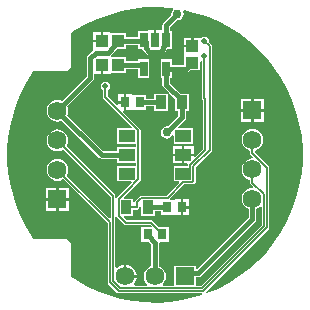
<source format=gtl>
G04*
G04 #@! TF.GenerationSoftware,Altium Limited,Altium Designer,22.7.1 (60)*
G04*
G04 Layer_Physical_Order=1*
G04 Layer_Color=255*
%FSLAX24Y24*%
%MOIN*%
G70*
G04*
G04 #@! TF.SameCoordinates,277468EA-A594-40E7-B2BE-35E06897B6AD*
G04*
G04*
G04 #@! TF.FilePolarity,Positive*
G04*
G01*
G75*
%ADD12C,0.0050*%
%ADD17R,0.0315X0.0374*%
%ADD18R,0.0360X0.0490*%
%ADD19R,0.0413X0.0433*%
%ADD20R,0.0276X0.0512*%
%ADD21R,0.0433X0.0413*%
%ADD22R,0.0530X0.0410*%
%ADD32C,0.0150*%
%ADD33C,0.0626*%
%ADD34R,0.0626X0.0626*%
%ADD35R,0.0626X0.0626*%
%ADD36C,0.0200*%
%ADD37C,0.0300*%
G36*
X11314Y14745D02*
X11707Y14619D01*
X12088Y14459D01*
X12455Y14268D01*
X12804Y14048D01*
X13133Y13798D01*
X13441Y13522D01*
X13724Y13222D01*
X13981Y12898D01*
X14210Y12554D01*
X14409Y12193D01*
X14577Y11815D01*
X14713Y11425D01*
X14816Y11025D01*
X14885Y10618D01*
X14920Y10207D01*
Y9793D01*
X14885Y9382D01*
X14816Y8975D01*
X14713Y8575D01*
X14577Y8185D01*
X14409Y7807D01*
X14210Y7446D01*
X13981Y7102D01*
X13724Y6778D01*
X13441Y6478D01*
X13133Y6202D01*
X12804Y5952D01*
X12455Y5732D01*
X12088Y5541D01*
X11707Y5381D01*
X11685Y5427D01*
X13792Y7534D01*
X13792Y7534D01*
X13809Y7559D01*
X13814Y7588D01*
Y9576D01*
X13809Y9606D01*
X13792Y9631D01*
X13326Y10096D01*
X13330Y10144D01*
X13345Y10146D01*
X13433Y10183D01*
X13509Y10241D01*
X13567Y10317D01*
X13604Y10405D01*
X13616Y10500D01*
X13604Y10595D01*
X13567Y10683D01*
X13509Y10759D01*
X13433Y10817D01*
X13345Y10854D01*
X13250Y10866D01*
X13155Y10854D01*
X13067Y10817D01*
X12991Y10759D01*
X12933Y10683D01*
X12896Y10595D01*
X12884Y10500D01*
X12896Y10405D01*
X12933Y10317D01*
X12991Y10241D01*
X13067Y10183D01*
X13155Y10146D01*
X13174Y10144D01*
Y10064D01*
X13179Y10035D01*
X13196Y10010D01*
X13281Y9926D01*
X13259Y9881D01*
X13250Y9882D01*
X13155Y9869D01*
X13067Y9833D01*
X12991Y9775D01*
X12933Y9699D01*
X12896Y9611D01*
X12884Y9516D01*
X12896Y9421D01*
X12933Y9333D01*
X12991Y9257D01*
X13067Y9199D01*
X13155Y9162D01*
X13174Y9160D01*
Y9080D01*
X13179Y9051D01*
X13196Y9026D01*
X13281Y8941D01*
X13259Y8896D01*
X13250Y8898D01*
X13155Y8885D01*
X13067Y8849D01*
X12991Y8790D01*
X12933Y8715D01*
X12896Y8626D01*
X12884Y8532D01*
X12896Y8437D01*
X12933Y8348D01*
X12991Y8273D01*
X13067Y8214D01*
X13123Y8191D01*
Y7903D01*
X11413Y6193D01*
X11363Y6214D01*
Y6313D01*
X10637D01*
Y5638D01*
X10268D01*
X10252Y5686D01*
X10259Y5691D01*
X10317Y5767D01*
X10354Y5855D01*
X10366Y5950D01*
X10354Y6045D01*
X10317Y6133D01*
X10259Y6209D01*
X10183Y6267D01*
X10127Y6290D01*
Y7074D01*
X10159Y7113D01*
X10454D01*
Y7587D01*
X10147D01*
X9937Y7797D01*
X9912Y7814D01*
X9883Y7819D01*
X9053D01*
X8963Y7909D01*
X8982Y7955D01*
X9275D01*
Y8174D01*
X9371D01*
X9400Y8179D01*
X9425Y8196D01*
X9454Y8225D01*
X9471Y8250D01*
X9475Y8272D01*
X9525Y8267D01*
Y7955D01*
X9985D01*
Y8123D01*
X10196D01*
Y8013D01*
X10609D01*
X10611Y8013D01*
X10659Y8006D01*
Y7983D01*
X10856D01*
Y8250D01*
Y8517D01*
X10659D01*
Y8494D01*
X10611Y8487D01*
X10609Y8487D01*
X10516D01*
X10495Y8537D01*
X10972Y9014D01*
X11236D01*
X11265Y9019D01*
X11290Y9036D01*
X11334Y9080D01*
X11351Y9105D01*
X11356Y9134D01*
Y9591D01*
X11879Y10113D01*
X11879Y10113D01*
X11896Y10138D01*
X11901Y10168D01*
Y13625D01*
X11896Y13654D01*
X11879Y13679D01*
X11879Y13679D01*
X11796Y13763D01*
X11803Y13800D01*
X11791Y13859D01*
X11758Y13908D01*
X11709Y13941D01*
X11650Y13953D01*
X11591Y13941D01*
X11585Y13937D01*
X11547Y13912D01*
Y13912D01*
X11547Y13912D01*
X11290D01*
Y13626D01*
X11250D01*
Y13586D01*
X10953D01*
Y13339D01*
X10983Y13331D01*
Y13005D01*
X10562D01*
Y13183D01*
X10186D01*
Y12572D01*
X10247D01*
Y12346D01*
X10256Y12297D01*
X10284Y12256D01*
X10459Y12081D01*
X10424Y12045D01*
X9965D01*
Y11877D01*
X9704D01*
Y11987D01*
X9291D01*
X9289Y11987D01*
X9241Y11994D01*
Y12017D01*
X9044D01*
Y11750D01*
Y11483D01*
X9241D01*
Y11506D01*
X9289Y11513D01*
X9291Y11513D01*
X9704D01*
Y11623D01*
X9965D01*
Y11455D01*
X10425D01*
Y12044D01*
X10461Y12079D01*
X10675Y11865D01*
Y11455D01*
X10778D01*
Y11308D01*
X10420Y10950D01*
X10400Y10954D01*
X10322Y10938D01*
X10256Y10894D01*
X10212Y10828D01*
X10196Y10750D01*
X10212Y10672D01*
X10256Y10606D01*
X10322Y10562D01*
X10400Y10546D01*
X10478Y10562D01*
X10544Y10606D01*
X10575Y10652D01*
X10625Y10637D01*
Y10375D01*
X11255D01*
Y10885D01*
X10781D01*
X10761Y10931D01*
X10995Y11165D01*
X11023Y11206D01*
X11032Y11255D01*
Y11455D01*
X11135D01*
Y12045D01*
X10855D01*
X10501Y12399D01*
Y12572D01*
X10562D01*
Y12750D01*
X11043D01*
X11092Y12760D01*
X11133Y12787D01*
X11164Y12818D01*
X11517D01*
Y13098D01*
X11567Y13127D01*
X11574Y13122D01*
Y11881D01*
X11579Y11852D01*
X11596Y11827D01*
X11599Y11825D01*
Y10191D01*
X11331Y9923D01*
X11285Y9942D01*
Y9960D01*
X10980D01*
Y9715D01*
X11068D01*
X11097Y9675D01*
X11081Y9625D01*
X10625D01*
Y9115D01*
X10792D01*
X10811Y9069D01*
X10388Y8646D01*
X9544D01*
X9515Y8641D01*
X9490Y8624D01*
X9490Y8624D01*
X9346Y8480D01*
X9329Y8455D01*
X9325Y8433D01*
X9275Y8438D01*
Y8545D01*
X8982D01*
X8963Y8591D01*
X9144Y8772D01*
X9150Y8776D01*
X9504Y9130D01*
X9521Y9155D01*
X9526Y9184D01*
Y10816D01*
X9521Y10845D01*
X9504Y10870D01*
X8937Y11437D01*
X8957Y11483D01*
X8964D01*
Y11710D01*
X8766D01*
Y11673D01*
X8720Y11654D01*
X8426Y11948D01*
Y12171D01*
X8458Y12192D01*
X8491Y12241D01*
X8503Y12300D01*
X8491Y12359D01*
X8458Y12408D01*
X8409Y12441D01*
X8350Y12453D01*
X8291Y12441D01*
X8242Y12408D01*
X8209Y12359D01*
X8197Y12300D01*
X8209Y12241D01*
X8242Y12192D01*
X8274Y12171D01*
Y11916D01*
X8279Y11887D01*
X8296Y11862D01*
X9227Y10931D01*
X9208Y10885D01*
X8745D01*
Y10375D01*
X9374D01*
Y10255D01*
X8745D01*
Y10127D01*
X8271D01*
X7081Y11318D01*
X7104Y11374D01*
X7116Y11468D01*
X7104Y11563D01*
X7081Y11619D01*
X7940Y12478D01*
X7968Y12520D01*
X7977Y12569D01*
Y12703D01*
X8184D01*
Y13000D01*
X8264D01*
Y12703D01*
X8481D01*
X8511Y12703D01*
X8549Y12733D01*
X8561D01*
X9032D01*
Y12873D01*
X9438D01*
Y12572D01*
X9814D01*
Y13183D01*
X9438D01*
Y13127D01*
X9032D01*
Y13267D01*
X8549D01*
X8532Y13280D01*
X8526Y13290D01*
X8522Y13311D01*
X8539Y13335D01*
X8734Y13529D01*
X8737Y13533D01*
X9032D01*
Y13673D01*
X9438D01*
Y13517D01*
X9571D01*
X9571Y13514D01*
X9599Y13473D01*
X9720Y13351D01*
X9762Y13324D01*
X9810Y13314D01*
X10190D01*
X10238Y13324D01*
X10280Y13351D01*
X10353Y13425D01*
X10381Y13466D01*
X10390Y13515D01*
Y13517D01*
X10562D01*
Y14128D01*
X10501D01*
Y14271D01*
X10730Y14500D01*
X10750Y14496D01*
X10828Y14512D01*
X10894Y14556D01*
X10938Y14622D01*
X10954Y14700D01*
X10938Y14778D01*
X10936Y14782D01*
X10966Y14826D01*
X11314Y14745D01*
D02*
G37*
G36*
X10503Y14898D02*
X10586Y14886D01*
X10599Y14834D01*
X10562Y14778D01*
X10546Y14700D01*
X10550Y14680D01*
X10284Y14414D01*
X10256Y14373D01*
X10247Y14324D01*
Y14196D01*
X10218Y14158D01*
X10040D01*
Y13822D01*
X9960D01*
Y14158D01*
X9782D01*
Y14128D01*
X9438D01*
Y13927D01*
X9032D01*
Y14067D01*
X8519D01*
X8511Y14097D01*
X8264D01*
Y13800D01*
X8224D01*
Y13760D01*
X7938D01*
Y13503D01*
X7909Y13465D01*
X7760Y13316D01*
X7732Y13274D01*
X7723Y13226D01*
Y12621D01*
X6900Y11799D01*
X6845Y11822D01*
X6750Y11835D01*
X6655Y11822D01*
X6567Y11786D01*
X6491Y11727D01*
X6433Y11652D01*
X6396Y11563D01*
X6384Y11468D01*
X6396Y11374D01*
X6433Y11285D01*
X6491Y11210D01*
X6567Y11151D01*
X6655Y11115D01*
X6750Y11102D01*
X6845Y11115D01*
X6900Y11138D01*
X8128Y9910D01*
X8170Y9882D01*
X8219Y9873D01*
X8745D01*
Y9745D01*
X9374D01*
Y9625D01*
X8745D01*
Y9115D01*
X9208D01*
X9227Y9069D01*
X9046Y8888D01*
X9040Y8884D01*
X8736Y8580D01*
X8726Y8566D01*
X8676Y8577D01*
Y8634D01*
X8671Y8664D01*
X8654Y8688D01*
X7056Y10287D01*
X7067Y10301D01*
X7104Y10389D01*
X7116Y10484D01*
X7104Y10579D01*
X7067Y10667D01*
X7009Y10743D01*
X6933Y10801D01*
X6845Y10838D01*
X6750Y10850D01*
X6655Y10838D01*
X6567Y10801D01*
X6491Y10743D01*
X6433Y10667D01*
X6396Y10579D01*
X6384Y10484D01*
X6396Y10389D01*
X6433Y10301D01*
X6491Y10225D01*
X6567Y10167D01*
X6655Y10131D01*
X6750Y10118D01*
X6845Y10131D01*
X6933Y10167D01*
X6948Y10178D01*
X8524Y8603D01*
Y7900D01*
X8477Y7881D01*
X7056Y9302D01*
X7067Y9317D01*
X7104Y9405D01*
X7116Y9500D01*
X7104Y9595D01*
X7067Y9683D01*
X7009Y9759D01*
X6933Y9817D01*
X6845Y9854D01*
X6750Y9866D01*
X6655Y9854D01*
X6567Y9817D01*
X6491Y9759D01*
X6433Y9683D01*
X6396Y9595D01*
X6384Y9500D01*
X6396Y9405D01*
X6433Y9317D01*
X6491Y9241D01*
X6567Y9183D01*
X6655Y9146D01*
X6750Y9134D01*
X6845Y9146D01*
X6933Y9183D01*
X6948Y9194D01*
X8424Y7718D01*
Y5760D01*
X8429Y5731D01*
X8446Y5706D01*
X8744Y5408D01*
X8769Y5391D01*
X8798Y5386D01*
X11557D01*
X11565Y5336D01*
X11314Y5255D01*
X10912Y5161D01*
X10503Y5102D01*
X10091Y5077D01*
X9678Y5086D01*
X9267Y5131D01*
X8862Y5209D01*
X8464Y5322D01*
X8078Y5467D01*
X7704Y5644D01*
X7347Y5852D01*
X7212Y5946D01*
X7212Y7000D01*
X7212Y7000D01*
X7206Y7031D01*
X7189Y7057D01*
X7057Y7189D01*
X7031Y7206D01*
X7000Y7212D01*
X5946D01*
X5862Y7332D01*
X5671Y7656D01*
X5505Y7993D01*
X5364Y8341D01*
X5251Y8700D01*
X5166Y9066D01*
X5109Y9437D01*
X5080Y9812D01*
Y10188D01*
X5109Y10563D01*
X5166Y10934D01*
X5251Y11300D01*
X5364Y11659D01*
X5505Y12007D01*
X5671Y12344D01*
X5862Y12668D01*
X5946Y12788D01*
X7000D01*
X7000Y12788D01*
X7031Y12794D01*
X7057Y12811D01*
X7189Y12943D01*
X7206Y12969D01*
X7212Y13000D01*
Y14054D01*
X7347Y14148D01*
X7704Y14356D01*
X8078Y14533D01*
X8464Y14678D01*
X8862Y14791D01*
X9267Y14869D01*
X9678Y14914D01*
X10091Y14923D01*
X10503Y14898D01*
D02*
G37*
G36*
X13562Y8263D02*
Y7670D01*
X11530Y5638D01*
X11363D01*
Y5923D01*
X11450D01*
X11499Y5932D01*
X11540Y5960D01*
X13340Y7760D01*
X13368Y7801D01*
X13377Y7850D01*
Y8191D01*
X13433Y8214D01*
X13509Y8273D01*
X13514Y8280D01*
X13562Y8263D01*
D02*
G37*
G36*
X8736Y7920D02*
X8967Y7689D01*
X8967Y7689D01*
X8992Y7672D01*
X9021Y7667D01*
X9021Y7667D01*
X9851D01*
X9884Y7633D01*
X9865Y7587D01*
X9546D01*
Y7113D01*
X9781D01*
X9873Y7022D01*
Y6290D01*
X9817Y6267D01*
X9741Y6209D01*
X9683Y6133D01*
X9646Y6045D01*
X9634Y5950D01*
X9646Y5855D01*
X9683Y5767D01*
X9741Y5691D01*
X9748Y5686D01*
X9732Y5638D01*
X9319D01*
X9295Y5688D01*
X9343Y5752D01*
X9383Y5847D01*
X9391Y5910D01*
X9000D01*
Y5950D01*
X8960D01*
Y6341D01*
X8897Y6333D01*
X8802Y6293D01*
X8726Y6235D01*
X8676Y6248D01*
Y7923D01*
X8726Y7934D01*
X8736Y7920D01*
D02*
G37*
%LPC*%
G36*
X11210Y13912D02*
X10953D01*
Y13666D01*
X11210D01*
Y13912D01*
D02*
G37*
G36*
X8964Y12017D02*
X8766D01*
Y11790D01*
X8964D01*
Y12017D01*
D02*
G37*
G36*
X13643Y11877D02*
X13290D01*
Y11524D01*
X13643D01*
Y11877D01*
D02*
G37*
G36*
X13210D02*
X12857D01*
Y11524D01*
X13210D01*
Y11877D01*
D02*
G37*
G36*
X13643Y11444D02*
X13290D01*
Y11091D01*
X13643D01*
Y11444D01*
D02*
G37*
G36*
X13210D02*
X12857D01*
Y11091D01*
X13210D01*
Y11444D01*
D02*
G37*
G36*
X11285Y10285D02*
X10980D01*
Y10040D01*
X11285D01*
Y10285D01*
D02*
G37*
G36*
X10900D02*
X10595D01*
Y10040D01*
X10900D01*
Y10285D01*
D02*
G37*
G36*
Y9960D02*
X10595D01*
Y9715D01*
X10900D01*
Y9960D01*
D02*
G37*
G36*
X11134Y8517D02*
X10936D01*
Y8290D01*
X11134D01*
Y8517D01*
D02*
G37*
G36*
Y8210D02*
X10936D01*
Y7983D01*
X11134D01*
Y8210D01*
D02*
G37*
G36*
X8184Y14097D02*
X7938D01*
Y13840D01*
X8184D01*
Y14097D01*
D02*
G37*
G36*
X7143Y8909D02*
X6790D01*
Y8556D01*
X7143D01*
Y8909D01*
D02*
G37*
G36*
X6710D02*
X6357D01*
Y8556D01*
X6710D01*
Y8909D01*
D02*
G37*
G36*
X7143Y8476D02*
X6790D01*
Y8123D01*
X7143D01*
Y8476D01*
D02*
G37*
G36*
X6710D02*
X6357D01*
Y8123D01*
X6710D01*
Y8476D01*
D02*
G37*
G36*
X9040Y6341D02*
Y5990D01*
X9391D01*
X9383Y6053D01*
X9343Y6148D01*
X9280Y6230D01*
X9198Y6293D01*
X9103Y6333D01*
X9040Y6341D01*
D02*
G37*
%LPD*%
D12*
X9400Y8279D02*
Y8426D01*
X9544Y8570D01*
X9045Y8250D02*
X9371D01*
X9400Y8279D01*
X9544Y8570D02*
X10420D01*
X10940Y9090D01*
X8350Y11916D02*
Y12300D01*
X8500Y5760D02*
X8798Y5462D01*
X8500Y5760D02*
Y7750D01*
X6750Y9500D02*
X8500Y7750D01*
X8600Y5801D02*
X8839Y5562D01*
X11562D01*
X6750Y10484D02*
X8600Y8634D01*
Y5801D02*
Y8634D01*
X11280Y9623D02*
X11825Y10168D01*
Y13625D01*
X11180Y9664D02*
X11675Y10159D01*
Y11856D01*
X11650Y11881D02*
X11675Y11856D01*
X11650Y11881D02*
Y13300D01*
Y13800D02*
X11825Y13625D01*
X11280Y9134D02*
Y9623D01*
X11236Y9090D02*
X11280Y9134D01*
X10940Y9090D02*
X11236D01*
X9450Y9184D02*
Y10816D01*
X9096Y8830D02*
X9450Y9184D01*
X9094Y8830D02*
X9096D01*
X8790Y7974D02*
Y8526D01*
Y7974D02*
X9021Y7743D01*
X8790Y8526D02*
X9094Y8830D01*
X9021Y7743D02*
X9883D01*
X8350Y11916D02*
X9450Y10816D01*
X11000Y9370D02*
X11180Y9550D01*
Y9664D01*
X10940Y9370D02*
X11000D01*
X11562Y5562D02*
X13638Y7638D01*
Y8692D01*
X8798Y5462D02*
X11612D01*
X13738Y7588D01*
Y9576D01*
X13250Y10064D02*
Y10500D01*
Y10064D02*
X13738Y9576D01*
X13250Y9080D02*
X13638Y8692D01*
X13250Y9080D02*
Y9516D01*
X9883Y7743D02*
X10246Y7380D01*
Y7350D02*
Y7380D01*
D17*
X9496Y11750D02*
D03*
X9004D02*
D03*
X10404Y8250D02*
D03*
X10896D02*
D03*
X9754Y7350D02*
D03*
X10246D02*
D03*
D18*
X10905Y11750D02*
D03*
X10195D02*
D03*
X9045Y8250D02*
D03*
X9755D02*
D03*
D19*
X8224Y13000D02*
D03*
X8776D02*
D03*
X8224Y13800D02*
D03*
X8776D02*
D03*
D20*
X10374Y13822D02*
D03*
X10000D02*
D03*
X9626D02*
D03*
Y12878D02*
D03*
X10374D02*
D03*
D21*
X11250Y13626D02*
D03*
Y13074D02*
D03*
D22*
X9060Y10630D02*
D03*
Y10000D02*
D03*
Y9370D02*
D03*
X10940D02*
D03*
Y10000D02*
D03*
Y10630D02*
D03*
D32*
X6750Y11468D02*
X7850Y12569D01*
Y13226D02*
X8024Y13400D01*
X7850Y12569D02*
Y13226D01*
X8644Y13619D02*
Y13668D01*
X8424Y13400D02*
X8644Y13619D01*
X8024Y13400D02*
X8424D01*
X13250Y7850D02*
Y8532D01*
X11450Y6050D02*
X13250Y7850D01*
X11000Y5950D02*
X11100Y6050D01*
X11450D01*
X10905Y11255D02*
Y11750D01*
X10400Y10750D02*
X10905Y11255D01*
X10374Y14324D02*
X10750Y14700D01*
X10374Y13704D02*
Y14324D01*
X8644Y13668D02*
X8776Y13800D01*
X10000Y5950D02*
Y7074D01*
X9754Y7320D02*
X10000Y7074D01*
X9754Y7320D02*
Y7350D01*
X9563Y13000D02*
X9626Y12937D01*
X8776Y13000D02*
X9563D01*
X9626Y12878D02*
Y12937D01*
X10263Y13593D02*
X10374Y13704D01*
X10190Y13442D02*
X10263Y13515D01*
X9810Y13442D02*
X10190D01*
X10263Y13515D02*
Y13593D01*
X9689Y13563D02*
X9810Y13442D01*
X9689Y13563D02*
Y13760D01*
X9626Y13822D02*
X9689Y13760D01*
X8776Y13800D02*
X9604D01*
X9626Y13822D01*
X10374Y12878D02*
X11043D01*
X11240Y13074D01*
X11250D01*
X10374Y12346D02*
X10905Y11815D01*
Y11750D02*
Y11815D01*
X10374Y12346D02*
Y12878D01*
X9496Y11750D02*
X10195D01*
X9755Y8250D02*
X10404D01*
X8219Y10000D02*
X9060D01*
X6750Y11468D02*
X8219Y10000D01*
D33*
X6750Y11468D02*
D03*
Y10484D02*
D03*
Y9500D02*
D03*
X9000Y5950D02*
D03*
X10000D02*
D03*
X13250Y8532D02*
D03*
Y9516D02*
D03*
Y10500D02*
D03*
D34*
X6750Y8516D02*
D03*
X13250Y11484D02*
D03*
D35*
X11000Y5950D02*
D03*
D36*
X8350Y12300D02*
D03*
X11650Y13800D02*
D03*
Y13300D02*
D03*
D37*
X11450Y10600D02*
D03*
X10400Y10750D02*
D03*
X10750Y14700D02*
D03*
M02*

</source>
